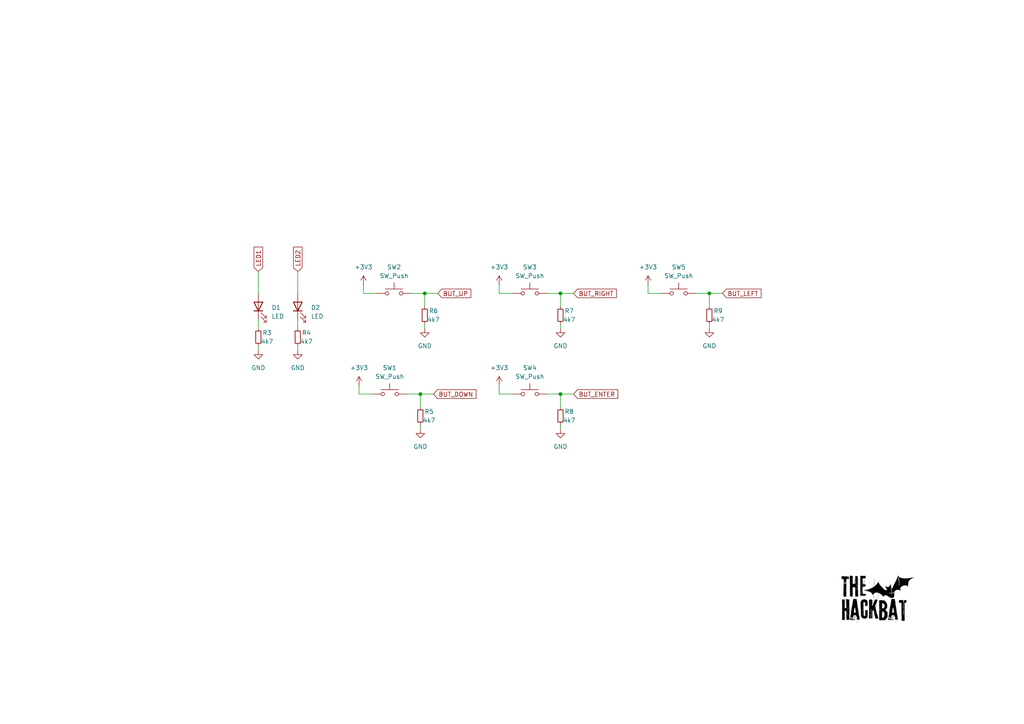
<source format=kicad_sch>
(kicad_sch (version 20231120) (generator "eeschema") (generator_version "8.0")
  (paper "A4")
  (title_block (title "Hackbat v1.0") (rev "1.0a") (company "The hackbat"))
  (lib_symbols
    (symbol "Device:LED" (pin_numbers hide) (pin_names (offset 1.016) hide)
      (property "Reference" "D" (at 0 2.54 0))
      (property "Value" "LED" (at 0 -2.54 0))
      (symbol "LED_0_1"
        (polyline (pts (xy -1.27 -1.27) (xy -1.27 1.27)) (stroke (width 0.254)))
        (polyline (pts (xy -1.27 0) (xy 1.27 0)))
        (polyline (pts (xy 1.27 -1.27) (xy 1.27 1.27) (xy -1.27 0) (xy 1.27 -1.27)) (stroke (width 0.254)))
        (polyline (pts (xy -3.048 -0.762) (xy -4.572 -2.286) (xy -3.81 -2.286) (xy -4.572 -2.286) (xy -4.572 -1.524)))
        (polyline (pts (xy -1.778 -0.762) (xy -3.302 -2.286) (xy -2.54 -2.286) (xy -3.302 -2.286) (xy -3.302 -1.524)))
      )
      (symbol "LED_1_1"
        (pin passive line (at -3.81 0 0) (length 2.54) (name "K") (number "1"))
        (pin passive line (at 3.81 0 180) (length 2.54) (name "A") (number "2"))
      )
    )
    (symbol "Device:R_Small" (pin_numbers hide) (pin_names (offset 0.254) hide)
      (property "Reference" "R" (at 0.762 0.508 0))
      (property "Value" "R_Small" (at 0.762 -1.016 0))
      (symbol "R_Small_0_1"
        (rectangle (start -0.762 1.778) (end 0.762 -1.778) (stroke (width 0.2032)))
      )
      (symbol "R_Small_1_1"
        (pin passive line (at 0 2.54 270) (length 0.762) (name "~") (number "1"))
        (pin passive line (at 0 -2.54 90) (length 0.762) (name "~") (number "2"))
      )
    )
    (symbol "Switch:SW_Push" (pin_numbers hide) (pin_names (offset 1.016) hide)
      (property "Reference" "SW" (at 1.27 2.54 0))
      (property "Value" "SW_Push" (at 0 -1.524 0))
      (symbol "SW_Push_0_1"
        (circle (center -2.032 0) (radius 0.508))
        (polyline (pts (xy 0 1.27) (xy 0 3.048)))
        (polyline (pts (xy 2.54 1.27) (xy -2.54 1.27)))
        (circle (center 2.032 0) (radius 0.508))
        (pin passive line (at -5.08 0 0) (length 2.54) (name "1") (number "1"))
        (pin passive line (at 5.08 0 180) (length 2.54) (name "2") (number "2"))
      )
    )
    (symbol "power:+3V3" (power) (pin_names (offset 0))
      (property "Value" "+3V3" (at 0 3.556 0))
      (symbol "+3V3_0_1"
        (polyline (pts (xy -0.762 1.27) (xy 0 2.54)))
        (polyline (pts (xy 0 0) (xy 0 2.54)))
        (polyline (pts (xy 0 2.54) (xy 0.762 1.27)))
      )
      (symbol "+3V3_1_1"
        (pin power_in line (at 0 0 90) (length 0) hide (name "+3V3") (number "1"))
      )
    )
    (symbol "power:GND" (power) (pin_names (offset 0))
      (property "Value" "GND" (at 0 -3.81 0))
      (symbol "GND_0_1"
        (polyline (pts (xy 0 0) (xy 0 -1.27) (xy 1.27 -1.27) (xy 0 -2.54) (xy -1.27 -1.27) (xy 0 -1.27)))
      )
      (symbol "GND_1_1"
        (pin power_in line (at 0 0 270) (length 0) hide (name "GND") (number "1"))
      )
    )
  )
  (junction (at 123.19 85.09))
  (junction (at 121.92 114.3))
  (junction (at 205.74 85.09))
  (junction (at 162.56 85.09))
  (junction (at 162.56 114.3))
  (wire (pts (xy 74.93 100.33) (xy 74.93 101.6)))
  (wire (pts (xy 158.75 114.3) (xy 162.56 114.3)))
  (wire (pts (xy 105.41 85.09) (xy 109.22 85.09)))
  (wire (pts (xy 121.92 118.11) (xy 121.92 114.3)))
  (wire (pts (xy 118.11 114.3) (xy 121.92 114.3)))
  (wire (pts (xy 205.74 88.9) (xy 205.74 85.09)))
  (wire (pts (xy 144.78 82.55) (xy 144.78 85.09)))
  (wire (pts (xy 162.56 114.3) (xy 166.37 114.3)))
  (wire (pts (xy 104.14 114.3) (xy 107.95 114.3)))
  (wire (pts (xy 187.96 85.09) (xy 191.77 85.09)))
  (wire (pts (xy 123.19 93.98) (xy 123.19 95.25)))
  (wire (pts (xy 162.56 88.9) (xy 162.56 85.09)))
  (wire (pts (xy 144.78 85.09) (xy 148.59 85.09)))
  (wire (pts (xy 144.78 114.3) (xy 148.59 114.3)))
  (wire (pts (xy 162.56 118.11) (xy 162.56 114.3)))
  (wire (pts (xy 158.75 85.09) (xy 162.56 85.09)))
  (wire (pts (xy 201.93 85.09) (xy 205.74 85.09)))
  (wire (pts (xy 187.96 82.55) (xy 187.96 85.09)))
  (wire (pts (xy 86.36 100.33) (xy 86.36 101.6)))
  (wire (pts (xy 86.36 78.74) (xy 86.36 85.09)))
  (wire (pts (xy 123.19 85.09) (xy 127 85.09)))
  (wire (pts (xy 123.19 88.9) (xy 123.19 85.09)))
  (wire (pts (xy 121.92 123.19) (xy 121.92 124.46)))
  (wire (pts (xy 74.93 92.71) (xy 74.93 95.25)))
  (wire (pts (xy 162.56 123.19) (xy 162.56 124.46)))
  (wire (pts (xy 121.92 114.3) (xy 125.73 114.3)))
  (wire (pts (xy 74.93 78.74) (xy 74.93 85.09)))
  (wire (pts (xy 162.56 93.98) (xy 162.56 95.25)))
  (wire (pts (xy 162.56 85.09) (xy 166.37 85.09)))
  (wire (pts (xy 104.14 111.76) (xy 104.14 114.3)))
  (wire (pts (xy 144.78 111.76) (xy 144.78 114.3)))
  (wire (pts (xy 205.74 85.09) (xy 209.55 85.09)))
  (wire (pts (xy 119.38 85.09) (xy 123.19 85.09)))
  (wire (pts (xy 205.74 93.98) (xy 205.74 95.25)))
  (wire (pts (xy 86.36 92.71) (xy 86.36 95.25)))
  (wire (pts (xy 105.41 82.55) (xy 105.41 85.09)))
  (image (at 254 175.26) (scale 0.260229))
  (global_label "LED1" (shape input) (at 74.93 78.74 90) (property "Intersheetrefs" "${INTERSHEET_REFS}" (effects (hide yes))))
  (global_label "BUT_DOWN" (shape input) (at 125.73 114.3 0) (property "Intersheetrefs" "${INTERSHEET_REFS}" (effects (hide yes))))
  (global_label "BUT_LEFT" (shape input) (at 209.55 85.09 0) (property "Intersheetrefs" "${INTERSHEET_REFS}" (effects (hide yes))))
  (global_label "BUT_RIGHT" (shape input) (at 166.37 85.09 0) (property "Intersheetrefs" "${INTERSHEET_REFS}" (effects (hide yes))))
  (global_label "LED2" (shape input) (at 86.36 78.74 90) (property "Intersheetrefs" "${INTERSHEET_REFS}" (effects (hide yes))))
  (global_label "BUT_UP" (shape input) (at 127 85.09 0) (property "Intersheetrefs" "${INTERSHEET_REFS}" (effects (hide yes))))
  (global_label "BUT_ENTER" (shape input) (at 166.37 114.3 0) (property "Intersheetrefs" "${INTERSHEET_REFS}" (effects (hide yes))))
  (symbol (lib_id "Switch:SW_Push") (at 114.3 85.09 0) (unit 1)
    (property "Reference" "SW2" (at 114.3 77.47 0))
    (property "Value" "SW_Push" (at 114.3 80.01 0))
    (property "Footprint" "Button_Switch_SMD:SW_Push_1P1T_NO_6x6mm_H9.5mm" (effects (hide yes)))
    (property "JLCPCB Part #" "C455109" (effects (hide yes)))
  )
  (symbol (lib_id "Switch:SW_Push") (at 196.85 85.09 0) (unit 1)
    (property "Reference" "SW5" (at 196.85 77.47 0))
    (property "Value" "SW_Push" (at 196.85 80.01 0))
    (property "Footprint" "Button_Switch_SMD:SW_Push_1P1T_NO_6x6mm_H9.5mm" (effects (hide yes)))
    (property "JLCPCB Part #" "C455109" (effects (hide yes)))
  )
  (symbol (lib_id "power:+3V3") (at 187.96 82.55 0) (unit 1)
    (property "Reference" "#PWR018" (effects (hide yes)))
    (property "Value" "+3V3" (at 187.96 77.47 0))
  )
  (symbol (lib_id "power:GND") (at 121.92 124.46 0) (unit 1)
    (property "Reference" "#PWR012" (effects (hide yes)))
    (property "Value" "GND" (at 121.92 129.54 0))
  )
  (symbol (lib_id "Device:LED") (at 74.93 88.9 90) (unit 1)
    (property "Reference" "D1" (at 78.74 89.2175 90) (effects (justify right)))
    (property "Value" "LED" (at 78.74 91.7575 90) (effects (justify right)))
    (property "Footprint" "LED_SMD:LED_0603_1608Metric" (effects (hide yes)))
  )
  (symbol (lib_id "power:GND") (at 86.36 101.6 0) (unit 1)
    (property "Reference" "#PWR09" (effects (hide yes)))
    (property "Value" "GND" (at 86.36 106.68 0))
  )
  (symbol (lib_id "power:+3V3") (at 105.41 82.55 0) (unit 1)
    (property "Reference" "#PWR011" (effects (hide yes)))
    (property "Value" "+3V3" (at 105.41 77.47 0))
  )
  (symbol (lib_id "Switch:SW_Push") (at 153.67 85.09 0) (unit 1)
    (property "Reference" "SW3" (at 153.67 77.47 0))
    (property "Value" "SW_Push" (at 153.67 80.01 0))
    (property "Footprint" "Button_Switch_SMD:SW_Push_1P1T_NO_6x6mm_H9.5mm" (effects (hide yes)))
    (property "JLCPCB Part #" "C455109" (effects (hide yes)))
  )
  (symbol (lib_id "Switch:SW_Push") (at 153.67 114.3 0) (unit 1)
    (property "Reference" "SW4" (at 153.67 106.68 0))
    (property "Value" "SW_Push" (at 153.67 109.22 0))
    (property "Footprint" "Button_Switch_SMD:SW_Push_1P1T_NO_6x6mm_H9.5mm" (effects (hide yes)))
    (property "JLCPCB Part #" "C455109" (effects (hide yes)))
  )
  (symbol (lib_id "power:GND") (at 162.56 124.46 0) (unit 1)
    (property "Reference" "#PWR017" (effects (hide yes)))
    (property "Value" "GND" (at 162.56 129.54 0))
  )
  (symbol (lib_id "power:GND") (at 123.19 95.25 0) (unit 1)
    (property "Reference" "#PWR013" (effects (hide yes)))
    (property "Value" "GND" (at 123.19 100.33 0))
  )
  (symbol (lib_id "Switch:SW_Push") (at 113.03 114.3 0) (unit 1)
    (property "Reference" "SW1" (at 113.03 106.68 0))
    (property "Value" "SW_Push" (at 113.03 109.22 0))
    (property "Footprint" "Button_Switch_SMD:SW_Push_1P1T_NO_6x6mm_H9.5mm" (effects (hide yes)))
    (property "JLCPCB Part #" "C455109" (effects (hide yes)))
  )
  (symbol (lib_id "power:+3V3") (at 144.78 111.76 0) (unit 1)
    (property "Reference" "#PWR015" (effects (hide yes)))
    (property "Value" "+3V3" (at 144.78 106.68 0))
  )
  (symbol (lib_id "power:GND") (at 162.56 95.25 0) (unit 1)
    (property "Reference" "#PWR016" (effects (hide yes)))
    (property "Value" "GND" (at 162.56 100.33 0))
  )
  (symbol (lib_id "Device:R_Small") (at 162.56 91.44 180) (unit 1)
    (property "Reference" "R7" (at 165.1 90.17 0))
    (property "Value" "4k7" (at 165.1 92.71 0))
    (property "Footprint" "Resistor_SMD:R_0603_1608Metric" (effects (hide yes)))
  )
  (symbol (lib_id "Device:R_Small") (at 162.56 120.65 180) (unit 1)
    (property "Reference" "R8" (at 165.1 119.38 0))
    (property "Value" "4k7" (at 165.1 121.92 0))
    (property "Footprint" "Resistor_SMD:R_0603_1608Metric" (effects (hide yes)))
  )
  (symbol (lib_id "Device:R_Small") (at 123.19 91.44 180) (unit 1)
    (property "Reference" "R6" (at 125.73 90.17 0))
    (property "Value" "4k7" (at 125.73 92.71 0))
    (property "Footprint" "Resistor_SMD:R_0603_1608Metric" (effects (hide yes)))
  )
  (symbol (lib_id "power:GND") (at 205.74 95.25 0) (unit 1)
    (property "Reference" "#PWR019" (effects (hide yes)))
    (property "Value" "GND" (at 205.74 100.33 0))
  )
  (symbol (lib_id "Device:R_Small") (at 121.92 120.65 180) (unit 1)
    (property "Reference" "R5" (at 124.46 119.38 0))
    (property "Value" "4k7" (at 124.46 121.92 0))
    (property "Footprint" "Resistor_SMD:R_0603_1608Metric" (effects (hide yes)))
  )
  (symbol (lib_id "Device:R_Small") (at 86.36 97.79 180) (unit 1)
    (property "Reference" "R4" (at 88.9 96.52 0))
    (property "Value" "4k7" (at 88.9 99.06 0))
    (property "Footprint" "Resistor_SMD:R_0603_1608Metric" (effects (hide yes)))
  )
  (symbol (lib_id "Device:R_Small") (at 74.93 97.79 180) (unit 1)
    (property "Reference" "R3" (at 77.47 96.52 0))
    (property "Value" "4k7" (at 77.47 99.06 0))
    (property "Footprint" "Resistor_SMD:R_0603_1608Metric" (effects (hide yes)))
  )
  (symbol (lib_id "power:+3V3") (at 144.78 82.55 0) (unit 1)
    (property "Reference" "#PWR014" (effects (hide yes)))
    (property "Value" "+3V3" (at 144.78 77.47 0))
  )
  (symbol (lib_id "power:+3V3") (at 104.14 111.76 0) (unit 1)
    (property "Reference" "#PWR010" (effects (hide yes)))
    (property "Value" "+3V3" (at 104.14 106.68 0))
  )
  (symbol (lib_id "Device:R_Small") (at 205.74 91.44 180) (unit 1)
    (property "Reference" "R9" (at 208.28 90.17 0))
    (property "Value" "4k7" (at 208.28 92.71 0))
    (property "Footprint" "Resistor_SMD:R_0603_1608Metric" (effects (hide yes)))
  )
  (symbol (lib_id "Device:LED") (at 86.36 88.9 90) (unit 1)
    (property "Reference" "D2" (at 90.17 89.2175 90) (effects (justify right)))
    (property "Value" "LED" (at 90.17 91.7575 90) (effects (justify right)))
    (property "Footprint" "LED_SMD:LED_0603_1608Metric" (effects (hide yes)))
  )
  (symbol (lib_id "power:GND") (at 74.93 101.6 0) (unit 1)
    (property "Reference" "#PWR08" (effects (hide yes)))
    (property "Value" "GND" (at 74.93 106.68 0))
  )
)
</source>
